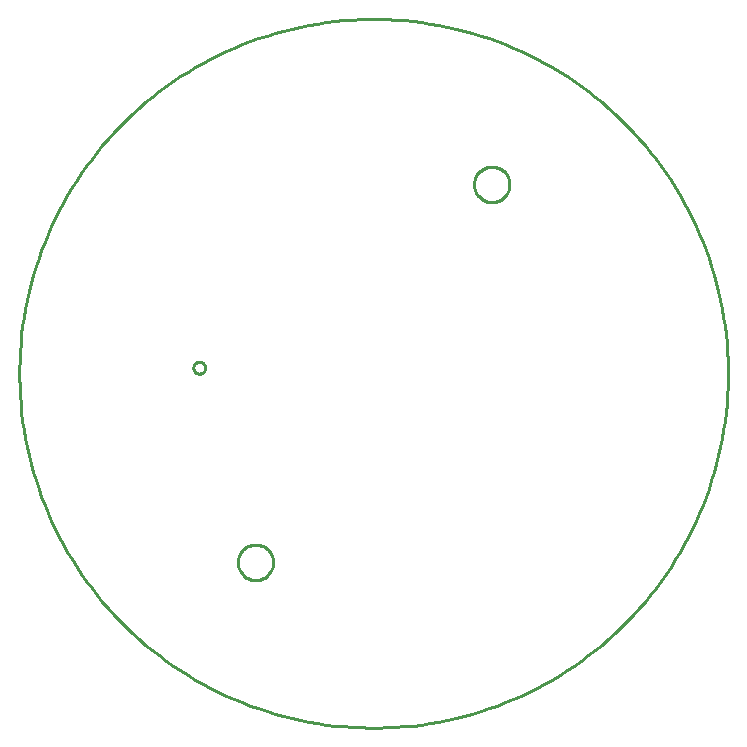
<source format=gbr>
G04 EAGLE Gerber RS-274X export*
G75*
%MOMM*%
%FSLAX34Y34*%
%LPD*%
%IN*%
%IPPOS*%
%AMOC8*
5,1,8,0,0,1.08239X$1,22.5*%
G01*
%ADD10C,0.254000*%


D10*
X600000Y296318D02*
X600000Y303682D01*
X599819Y311043D01*
X599458Y318398D01*
X598916Y325741D01*
X598195Y333069D01*
X597293Y340377D01*
X596213Y347661D01*
X594954Y354916D01*
X593517Y362138D01*
X591904Y369323D01*
X590115Y376465D01*
X588151Y383562D01*
X586013Y390609D01*
X583704Y397600D01*
X581223Y404533D01*
X578573Y411404D01*
X575755Y418207D01*
X572771Y424938D01*
X569623Y431595D01*
X566312Y438172D01*
X562841Y444666D01*
X559211Y451073D01*
X555426Y457389D01*
X551486Y463610D01*
X547395Y469732D01*
X543155Y475753D01*
X538769Y481667D01*
X534239Y487472D01*
X529567Y493164D01*
X524758Y498740D01*
X519813Y504196D01*
X514735Y509529D01*
X509529Y514735D01*
X504196Y519813D01*
X498740Y524758D01*
X493164Y529567D01*
X487472Y534239D01*
X481667Y538769D01*
X475753Y543155D01*
X469732Y547395D01*
X463610Y551486D01*
X457389Y555426D01*
X451073Y559211D01*
X444666Y562841D01*
X438172Y566312D01*
X431595Y569623D01*
X424938Y572771D01*
X418207Y575755D01*
X411404Y578573D01*
X404533Y581223D01*
X397600Y583704D01*
X390609Y586013D01*
X383562Y588151D01*
X376465Y590115D01*
X369323Y591904D01*
X362138Y593517D01*
X354916Y594954D01*
X347661Y596213D01*
X340377Y597293D01*
X333069Y598195D01*
X325741Y598916D01*
X318398Y599458D01*
X311043Y599819D01*
X303682Y600000D01*
X296318Y600000D01*
X288957Y599819D01*
X281602Y599458D01*
X274259Y598916D01*
X266931Y598195D01*
X259623Y597293D01*
X252339Y596213D01*
X245084Y594954D01*
X237862Y593517D01*
X230677Y591904D01*
X223535Y590115D01*
X216438Y588151D01*
X209391Y586013D01*
X202400Y583704D01*
X195467Y581223D01*
X188596Y578573D01*
X181794Y575755D01*
X175062Y572771D01*
X168405Y569623D01*
X161828Y566312D01*
X155334Y562841D01*
X148927Y559211D01*
X142611Y555426D01*
X136390Y551486D01*
X130268Y547395D01*
X124247Y543155D01*
X118333Y538769D01*
X112528Y534239D01*
X106836Y529567D01*
X101260Y524758D01*
X95804Y519813D01*
X90471Y514735D01*
X85265Y509529D01*
X80187Y504196D01*
X75242Y498740D01*
X70433Y493164D01*
X65761Y487472D01*
X61231Y481667D01*
X56845Y475753D01*
X52605Y469732D01*
X48514Y463610D01*
X44574Y457389D01*
X40789Y451073D01*
X37159Y444666D01*
X33688Y438172D01*
X30377Y431595D01*
X27229Y424938D01*
X24245Y418207D01*
X21427Y411404D01*
X18777Y404533D01*
X16296Y397600D01*
X13987Y390609D01*
X11849Y383562D01*
X9885Y376465D01*
X8096Y369323D01*
X6483Y362138D01*
X5046Y354916D01*
X3787Y347661D01*
X2707Y340377D01*
X1805Y333069D01*
X1084Y325741D01*
X542Y318398D01*
X181Y311043D01*
X0Y303682D01*
X0Y296318D01*
X181Y288957D01*
X542Y281602D01*
X1084Y274259D01*
X1805Y266931D01*
X2707Y259623D01*
X3787Y252339D01*
X5046Y245084D01*
X6483Y237862D01*
X8096Y230677D01*
X9885Y223535D01*
X11849Y216438D01*
X13987Y209391D01*
X16296Y202400D01*
X18777Y195467D01*
X21427Y188596D01*
X24245Y181794D01*
X27229Y175062D01*
X30377Y168405D01*
X33688Y161828D01*
X37159Y155334D01*
X40789Y148927D01*
X44574Y142611D01*
X48514Y136390D01*
X52605Y130268D01*
X56845Y124247D01*
X61231Y118333D01*
X65761Y112528D01*
X70433Y106836D01*
X75242Y101260D01*
X80187Y95804D01*
X85265Y90471D01*
X90471Y85265D01*
X95804Y80187D01*
X101260Y75242D01*
X106836Y70433D01*
X112528Y65761D01*
X118333Y61231D01*
X124247Y56845D01*
X130268Y52605D01*
X136390Y48514D01*
X142611Y44574D01*
X148927Y40789D01*
X155334Y37159D01*
X161828Y33688D01*
X168405Y30377D01*
X175062Y27229D01*
X181794Y24245D01*
X188596Y21427D01*
X195467Y18777D01*
X202400Y16296D01*
X209391Y13987D01*
X216438Y11849D01*
X223535Y9885D01*
X230677Y8096D01*
X237862Y6483D01*
X245084Y5046D01*
X252339Y3787D01*
X259623Y2707D01*
X266931Y1805D01*
X274259Y1084D01*
X281602Y542D01*
X288957Y181D01*
X296318Y0D01*
X303682Y0D01*
X311043Y181D01*
X318398Y542D01*
X325741Y1084D01*
X333069Y1805D01*
X340377Y2707D01*
X347661Y3787D01*
X354916Y5046D01*
X362138Y6483D01*
X369323Y8096D01*
X376465Y9885D01*
X383562Y11849D01*
X390609Y13987D01*
X397600Y16296D01*
X404533Y18777D01*
X411404Y21427D01*
X418207Y24245D01*
X424938Y27229D01*
X431595Y30377D01*
X438172Y33688D01*
X444666Y37159D01*
X451073Y40789D01*
X457389Y44574D01*
X463610Y48514D01*
X469732Y52605D01*
X475753Y56845D01*
X481667Y61231D01*
X487472Y65761D01*
X493164Y70433D01*
X498740Y75242D01*
X504196Y80187D01*
X509529Y85265D01*
X514735Y90471D01*
X519813Y95804D01*
X524758Y101260D01*
X529567Y106836D01*
X534239Y112528D01*
X538769Y118333D01*
X543155Y124247D01*
X547395Y130268D01*
X551486Y136390D01*
X555426Y142611D01*
X559211Y148927D01*
X562841Y155334D01*
X566312Y161828D01*
X569623Y168405D01*
X572771Y175062D01*
X575755Y181794D01*
X578573Y188596D01*
X581223Y195467D01*
X583704Y202400D01*
X586013Y209391D01*
X588151Y216438D01*
X590115Y223535D01*
X591904Y230677D01*
X593517Y237862D01*
X594954Y245084D01*
X596213Y252339D01*
X597293Y259623D01*
X598195Y266931D01*
X598916Y274259D01*
X599458Y281602D01*
X599819Y288957D01*
X600000Y296318D01*
X415000Y459464D02*
X414924Y458396D01*
X414771Y457335D01*
X414543Y456288D01*
X414241Y455260D01*
X413867Y454256D01*
X413422Y453281D01*
X412908Y452341D01*
X412329Y451440D01*
X411687Y450582D01*
X410985Y449772D01*
X410228Y449015D01*
X409418Y448313D01*
X408560Y447671D01*
X407659Y447092D01*
X406719Y446578D01*
X405744Y446133D01*
X404740Y445759D01*
X403712Y445457D01*
X402665Y445229D01*
X401604Y445076D01*
X400536Y445000D01*
X399464Y445000D01*
X398396Y445076D01*
X397335Y445229D01*
X396288Y445457D01*
X395260Y445759D01*
X394256Y446133D01*
X393281Y446578D01*
X392341Y447092D01*
X391440Y447671D01*
X390582Y448313D01*
X389772Y449015D01*
X389015Y449772D01*
X388313Y450582D01*
X387671Y451440D01*
X387092Y452341D01*
X386578Y453281D01*
X386133Y454256D01*
X385759Y455260D01*
X385457Y456288D01*
X385229Y457335D01*
X385076Y458396D01*
X385000Y459464D01*
X385000Y460536D01*
X385076Y461604D01*
X385229Y462665D01*
X385457Y463712D01*
X385759Y464740D01*
X386133Y465744D01*
X386578Y466719D01*
X387092Y467659D01*
X387671Y468560D01*
X388313Y469418D01*
X389015Y470228D01*
X389772Y470985D01*
X390582Y471687D01*
X391440Y472329D01*
X392341Y472908D01*
X393281Y473422D01*
X394256Y473867D01*
X395260Y474241D01*
X396288Y474543D01*
X397335Y474771D01*
X398396Y474924D01*
X399464Y475000D01*
X400536Y475000D01*
X401604Y474924D01*
X402665Y474771D01*
X403712Y474543D01*
X404740Y474241D01*
X405744Y473867D01*
X406719Y473422D01*
X407659Y472908D01*
X408560Y472329D01*
X409418Y471687D01*
X410228Y470985D01*
X410985Y470228D01*
X411687Y469418D01*
X412329Y468560D01*
X412908Y467659D01*
X413422Y466719D01*
X413867Y465744D01*
X414241Y464740D01*
X414543Y463712D01*
X414771Y462665D01*
X414924Y461604D01*
X415000Y460536D01*
X415000Y459464D01*
X215000Y139464D02*
X214924Y138396D01*
X214771Y137335D01*
X214543Y136288D01*
X214241Y135260D01*
X213867Y134256D01*
X213422Y133281D01*
X212908Y132341D01*
X212329Y131440D01*
X211687Y130582D01*
X210985Y129772D01*
X210228Y129015D01*
X209418Y128313D01*
X208560Y127671D01*
X207659Y127092D01*
X206719Y126578D01*
X205744Y126133D01*
X204740Y125759D01*
X203712Y125457D01*
X202665Y125229D01*
X201604Y125076D01*
X200536Y125000D01*
X199464Y125000D01*
X198396Y125076D01*
X197335Y125229D01*
X196288Y125457D01*
X195260Y125759D01*
X194256Y126133D01*
X193281Y126578D01*
X192341Y127092D01*
X191440Y127671D01*
X190582Y128313D01*
X189772Y129015D01*
X189015Y129772D01*
X188313Y130582D01*
X187671Y131440D01*
X187092Y132341D01*
X186578Y133281D01*
X186133Y134256D01*
X185759Y135260D01*
X185457Y136288D01*
X185229Y137335D01*
X185076Y138396D01*
X185000Y139464D01*
X185000Y140536D01*
X185076Y141604D01*
X185229Y142665D01*
X185457Y143712D01*
X185759Y144740D01*
X186133Y145744D01*
X186578Y146719D01*
X187092Y147659D01*
X187671Y148560D01*
X188313Y149418D01*
X189015Y150228D01*
X189772Y150985D01*
X190582Y151687D01*
X191440Y152329D01*
X192341Y152908D01*
X193281Y153422D01*
X194256Y153867D01*
X195260Y154241D01*
X196288Y154543D01*
X197335Y154771D01*
X198396Y154924D01*
X199464Y155000D01*
X200536Y155000D01*
X201604Y154924D01*
X202665Y154771D01*
X203712Y154543D01*
X204740Y154241D01*
X205744Y153867D01*
X206719Y153422D01*
X207659Y152908D01*
X208560Y152329D01*
X209418Y151687D01*
X210228Y150985D01*
X210985Y150228D01*
X211687Y149418D01*
X212329Y148560D01*
X212908Y147659D01*
X213422Y146719D01*
X213867Y145744D01*
X214241Y144740D01*
X214543Y143712D01*
X214771Y142665D01*
X214924Y141604D01*
X215000Y140536D01*
X215000Y139464D01*
X157400Y304519D02*
X157337Y303961D01*
X157212Y303414D01*
X157027Y302884D01*
X156783Y302378D01*
X156484Y301902D01*
X156134Y301463D01*
X155737Y301066D01*
X155298Y300716D01*
X154822Y300417D01*
X154316Y300173D01*
X153786Y299988D01*
X153239Y299863D01*
X152681Y299800D01*
X152119Y299800D01*
X151561Y299863D01*
X151014Y299988D01*
X150484Y300173D01*
X149978Y300417D01*
X149502Y300716D01*
X149063Y301066D01*
X148666Y301463D01*
X148316Y301902D01*
X148017Y302378D01*
X147773Y302884D01*
X147588Y303414D01*
X147463Y303961D01*
X147400Y304519D01*
X147400Y305081D01*
X147463Y305639D01*
X147588Y306186D01*
X147773Y306716D01*
X148017Y307222D01*
X148316Y307698D01*
X148666Y308137D01*
X149063Y308534D01*
X149502Y308884D01*
X149978Y309183D01*
X150484Y309427D01*
X151014Y309612D01*
X151561Y309737D01*
X152119Y309800D01*
X152681Y309800D01*
X153239Y309737D01*
X153786Y309612D01*
X154316Y309427D01*
X154822Y309183D01*
X155298Y308884D01*
X155737Y308534D01*
X156134Y308137D01*
X156484Y307698D01*
X156783Y307222D01*
X157027Y306716D01*
X157212Y306186D01*
X157337Y305639D01*
X157400Y305081D01*
X157400Y304519D01*
M02*

</source>
